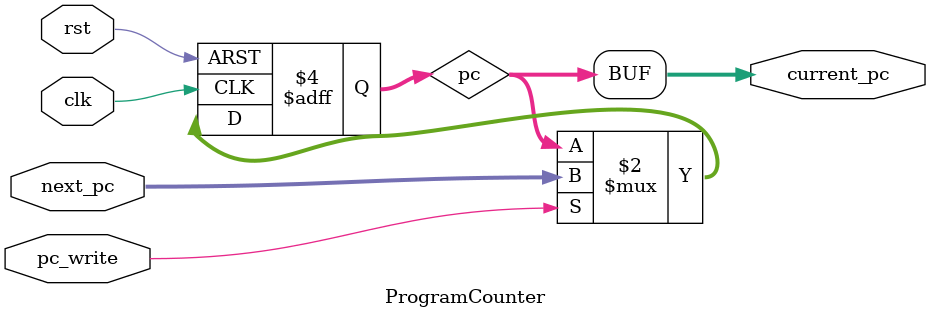
<source format=v>
`timescale 1ns / 1ps


module ProgramCounter(
    input clk,
    input rst,
    input [31:0] next_pc,
    input pc_write,
    output [31:0] current_pc
);

reg [31:0] pc;

always @ (posedge clk or posedge rst)
    begin
        if(rst)
            pc <= 32'd0;
        else if(pc_write)
            pc <= next_pc;
    end
    
    assign current_pc = pc;
endmodule

</source>
